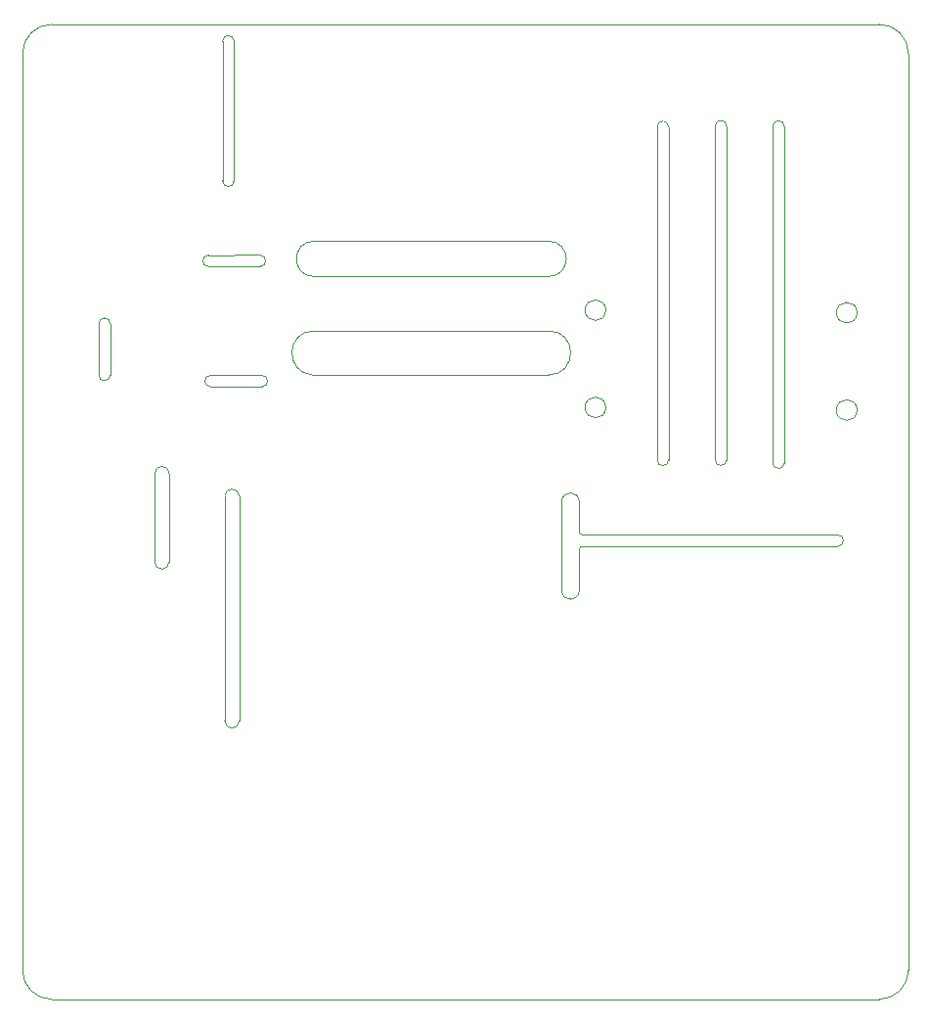
<source format=gm1>
G04 #@! TF.GenerationSoftware,KiCad,Pcbnew,(6.0.2)*
G04 #@! TF.CreationDate,2022-02-26T22:04:41+01:00*
G04 #@! TF.ProjectId,hamodule,68616d6f-6475-46c6-952e-6b696361645f,rev?*
G04 #@! TF.SameCoordinates,Original*
G04 #@! TF.FileFunction,Profile,NP*
%FSLAX46Y46*%
G04 Gerber Fmt 4.6, Leading zero omitted, Abs format (unit mm)*
G04 Created by KiCad (PCBNEW (6.0.2)) date 2022-02-26 22:04:41*
%MOMM*%
%LPD*%
G01*
G04 APERTURE LIST*
G04 #@! TA.AperFunction,Profile*
%ADD10C,0.050000*%
G04 #@! TD*
G04 #@! TA.AperFunction,Profile*
%ADD11C,0.100000*%
G04 #@! TD*
G04 APERTURE END LIST*
D10*
X199326500Y-151701500D02*
G75*
G03*
X201866500Y-149161500I-1J2540001D01*
G01*
X201866500Y-149161500D02*
X201866500Y-69913500D01*
X161836500Y-151703500D02*
X127698500Y-151703500D01*
X197424526Y-92323500D02*
G75*
G03*
X197424526Y-92323500I-898026J0D01*
G01*
D11*
X170713400Y-97701100D02*
X150247805Y-97695528D01*
D10*
X199326500Y-67373500D02*
X127698500Y-67373500D01*
D11*
X150393400Y-93891100D02*
X170713400Y-93891100D01*
D10*
X150393400Y-93891100D02*
G75*
G03*
X150247805Y-97695528I0J-1905000D01*
G01*
X125158500Y-149161500D02*
X125158500Y-69913500D01*
X170713400Y-97701100D02*
G75*
G03*
X170713400Y-93891100I0J1905000D01*
G01*
X125158499Y-149161500D02*
G75*
G03*
X127698500Y-151703500I2542044J43D01*
G01*
D11*
X150393400Y-86144100D02*
X170713400Y-86144100D01*
X170713400Y-89192100D02*
X150393400Y-89192100D01*
D10*
X173367700Y-108673900D02*
G75*
G03*
X171843700Y-108673900I-762000J0D01*
G01*
X199326500Y-151701500D02*
X161836500Y-151703500D01*
X201866500Y-69913500D02*
G75*
G03*
X199326500Y-67373500I-2540001J-1D01*
G01*
X175664526Y-100513500D02*
G75*
G03*
X175664526Y-100513500I-898026J0D01*
G01*
D11*
X171843700Y-116344700D02*
X171843700Y-108673900D01*
D10*
X145882375Y-98729125D02*
G75*
G03*
X145882375Y-97732625I0J498250D01*
G01*
X143936500Y-108213500D02*
G75*
G03*
X142666500Y-108213500I-635000J0D01*
G01*
X197424526Y-100743500D02*
G75*
G03*
X197424526Y-100743500I-898026J0D01*
G01*
X145712375Y-87332625D02*
X141280625Y-87334375D01*
X141450625Y-97734375D02*
G75*
G03*
X141450625Y-98730875I0J-498250D01*
G01*
D11*
X173621700Y-111518700D02*
X195719700Y-111518700D01*
D10*
X141450625Y-98730875D02*
X145882375Y-98729125D01*
X186124750Y-76183500D02*
G75*
G03*
X185126500Y-76183500I-499125J0D01*
G01*
X191118250Y-76203500D02*
G75*
G03*
X190118250Y-76203500I-500000J0D01*
G01*
D11*
X173367700Y-108673900D02*
X173367700Y-111264700D01*
D10*
X180106500Y-76253500D02*
X180106500Y-105045250D01*
X185126500Y-76183500D02*
X185126500Y-105035250D01*
X142476500Y-80913500D02*
G75*
G03*
X143473000Y-80913500I498250J0D01*
G01*
X131765625Y-97709375D02*
G75*
G03*
X132762125Y-97709375I498250J0D01*
G01*
D11*
X195719700Y-112534700D02*
X173621700Y-112534700D01*
D10*
X180106500Y-105045250D02*
G75*
G03*
X181103000Y-105045250I498250J0D01*
G01*
X173367700Y-111264700D02*
G75*
G03*
X173621700Y-111518700I254000J0D01*
G01*
X143473000Y-68843500D02*
G75*
G03*
X142476500Y-68843500I-498250J0D01*
G01*
X143473000Y-80913500D02*
X143473000Y-68843500D01*
X145712375Y-88329125D02*
G75*
G03*
X145712375Y-87332625I0J498250D01*
G01*
X190118250Y-76203500D02*
X190118250Y-105293500D01*
X181103000Y-105045250D02*
X181103000Y-76253500D01*
X190118250Y-105293500D02*
G75*
G03*
X191114750Y-105293500I498250J0D01*
G01*
X185126500Y-105035250D02*
G75*
G03*
X186124750Y-105035250I499125J0D01*
G01*
X137866500Y-106243500D02*
X137866500Y-113863500D01*
X191114750Y-105293500D02*
X191118250Y-76203500D01*
X136596500Y-113863500D02*
X136596500Y-106243500D01*
X142666500Y-127619100D02*
G75*
G03*
X143936500Y-127619100I635000J15614D01*
G01*
X170713400Y-89192100D02*
G75*
G03*
X170713400Y-86144100I0J1524000D01*
G01*
X150393400Y-86144100D02*
G75*
G03*
X150393400Y-89192100I0J-1524000D01*
G01*
X127698500Y-67373500D02*
G75*
G03*
X125158500Y-69913500I1J-2540001D01*
G01*
X171843700Y-116344700D02*
G75*
G03*
X173367700Y-116344700I762000J0D01*
G01*
X141280625Y-87334375D02*
G75*
G03*
X141280625Y-88330875I0J-498250D01*
G01*
X131765625Y-93277625D02*
X131765625Y-97709375D01*
X142666500Y-108213500D02*
X142666500Y-127619100D01*
X175664526Y-92103500D02*
G75*
G03*
X175664526Y-92103500I-898026J0D01*
G01*
X186124750Y-105035250D02*
X186124750Y-76183500D01*
X142476500Y-68843500D02*
X142476500Y-80913500D01*
X145882375Y-97732625D02*
X141450625Y-97734375D01*
X132762125Y-93277625D02*
G75*
G03*
X131765625Y-93277625I-498250J0D01*
G01*
X195719700Y-112534700D02*
G75*
G03*
X195719700Y-111518700I0J508000D01*
G01*
D11*
X173367700Y-112788700D02*
X173367700Y-116344700D01*
D10*
X173621700Y-112534700D02*
G75*
G03*
X173367700Y-112788700I0J-254000D01*
G01*
X132762125Y-97709375D02*
X132762125Y-93277625D01*
X141280625Y-88330875D02*
X145712375Y-88329125D01*
X143936500Y-127619100D02*
X143936500Y-108213500D01*
X181103000Y-76253500D02*
G75*
G03*
X180106500Y-76253500I-498250J0D01*
G01*
X136596500Y-113863500D02*
G75*
G03*
X137866500Y-113863500I635000J0D01*
G01*
X137866500Y-106243500D02*
G75*
G03*
X136596500Y-106243500I-635000J0D01*
G01*
M02*

</source>
